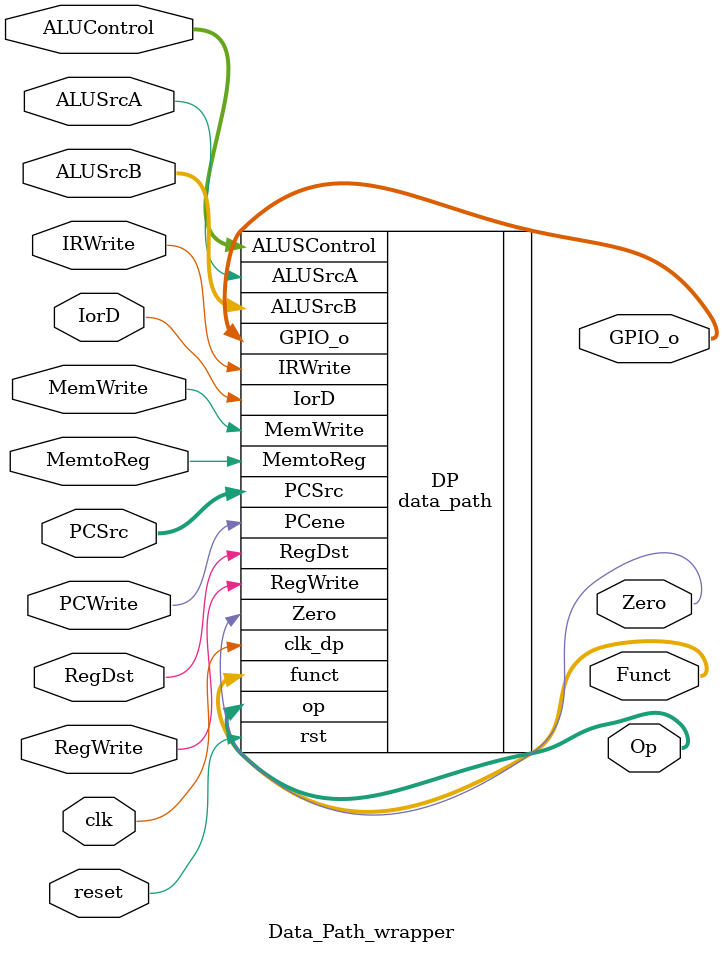
<source format=v>

module Data_Path_wrapper #(

	parameter DataWidth = 32
	
)
(
	input clk,
	input reset,
	//input	 [7:0]    GPIO_i,
	output [7:0] GPIO_o,
	input  PCWrite,
	input  [1:0]PCSrc,//
	input  RegWrite,
	input  IorD,
	input  MemWrite,
	input  IRWrite,
	input  RegDst,
	input  MemtoReg,//[1:0]
	input  ALUSrcA,
	input  [1:0] ALUSrcB,
	input  [2:0] ALUControl,
	output [5:0] Op,
	output [5:0] Funct,
	output		 Zero

);

data_path DP(


.clk_dp(clk),
.rst(reset),
.IorD(IorD),
.MemWrite(MemWrite),
.IRWrite(IRWrite), 
.RegWrite(RegWrite), 
.PCSrc(PCSrc), 
.ALUSrcA(ALUSrcA), 
.MemtoReg(MemtoReg), 
.RegDst(RegDst), 
.PCene(PCWrite),
.ALUSrcB(ALUSrcB), 
.ALUSControl(ALUControl),
.GPIO_o(GPIO_o),
.op(Op),
.funct(Funct),
.Zero(Zero)

);

endmodule 
</source>
